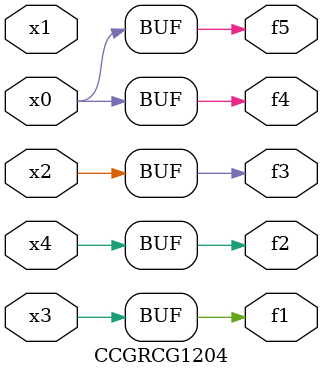
<source format=v>
module CCGRCG1204(
	input x0, x1, x2, x3, x4,
	output f1, f2, f3, f4, f5
);
	assign f1 = x3;
	assign f2 = x4;
	assign f3 = x2;
	assign f4 = x0;
	assign f5 = x0;
endmodule

</source>
